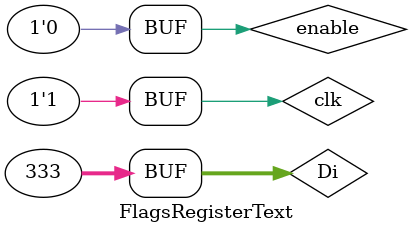
<source format=v>
`timescale 1ns / 1ps


module FlagsRegisterText;

	// Inputs
	reg [31:0] Di;
	reg clk;
	reg enable;

	// Outputs
	wire [31:0] Do;

	// Instantiate the Unit Under Test (UUT)
	FlagsRegister uut (
		.Di(Di), 
		.clk(clk), 
		.enable(enable), 
		.Do(Do)
	);

	initial begin
		// Initialize Inputs
		Di = 0;
		clk = 0;
		enable = 1;
		// Wait 100 ns for global reset to finish
		#75;

		Di = 32'd546;
		clk = 1;
		enable = 1;		        
		
		#75;

		Di = 32'd999;
		clk = 0;
		enable = 0;	
		
		#75;

		Di = 32'd777;
		clk = 1;
		enable = 0;		
		
		#75;

		Di = 32'd555;
		clk = 0;
		enable = 1;		
		
		#75;
		Di = 32'd555;
		clk = 1;
		enable = 1;	
		
		#75;

		Di = 32'd333;
		clk = 0;
		enable = 0;				
		
		#75;

		Di = 32'd333;
		clk = 1;
		enable = 0;		
		// Add stimulus here
	end      
endmodule


</source>
